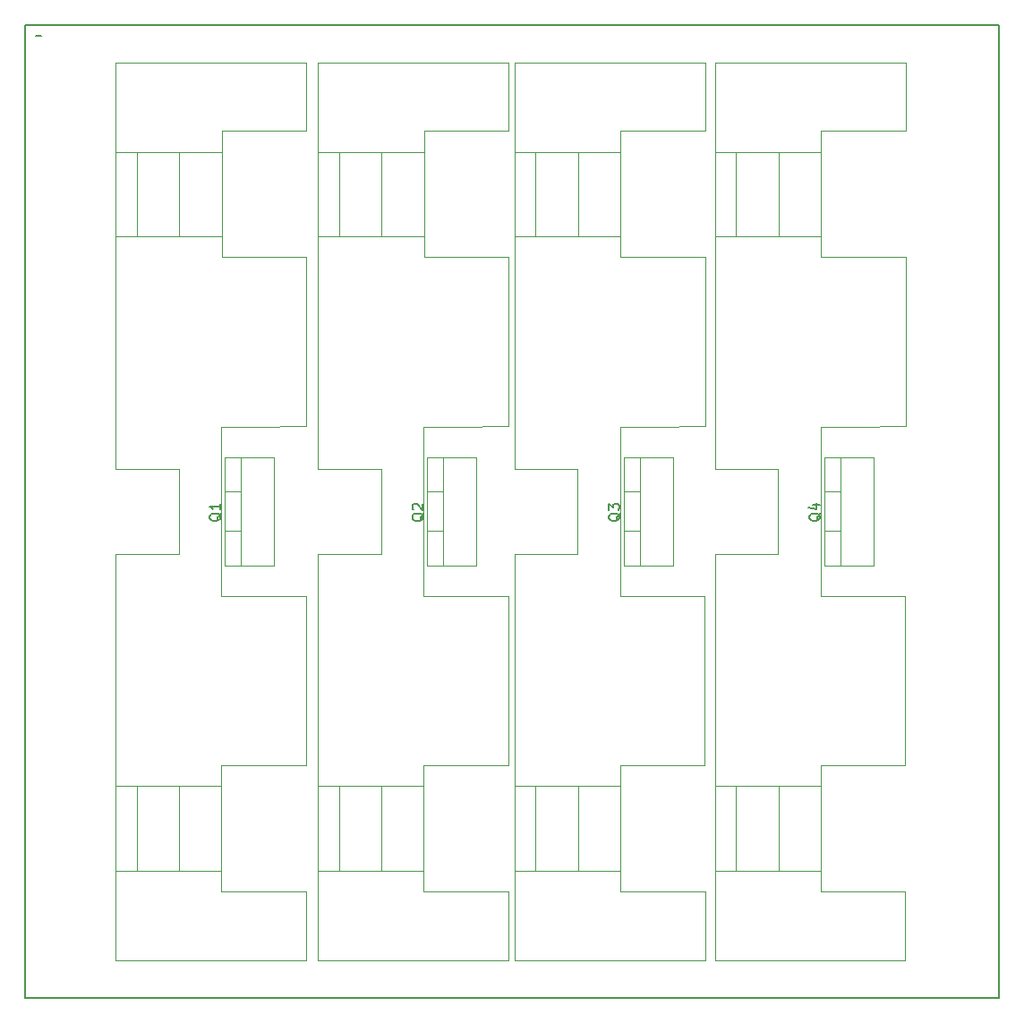
<source format=gbr>
G04 #@! TF.FileFunction,Legend,Top*
%FSLAX46Y46*%
G04 Gerber Fmt 4.6, Leading zero omitted, Abs format (unit mm)*
G04 Created by KiCad (PCBNEW 4.0.2-stable) date 10/05/17 14:11:08*
%MOMM*%
G01*
G04 APERTURE LIST*
%ADD10C,0.100000*%
%ADD11C,0.200000*%
%ADD12C,0.030000*%
%ADD13C,0.120000*%
%ADD14C,0.150000*%
G04 APERTURE END LIST*
D10*
D11*
X82500000Y-49500000D02*
X82500000Y-141500000D01*
X174600000Y-49500000D02*
X82500000Y-49500000D01*
X174600000Y-141500000D02*
X174600000Y-49500000D01*
X82500000Y-141500000D02*
X174600000Y-141500000D01*
X84000000Y-50500000D02*
X83500000Y-50500000D01*
D12*
X112164500Y-121494360D02*
X112164500Y-129492820D01*
X116165000Y-121494360D02*
X116165000Y-129492820D01*
X120162960Y-121494360D02*
X110160440Y-121496900D01*
X120162960Y-129492820D02*
X110162980Y-129492820D01*
X112161960Y-61491940D02*
X112164500Y-69490400D01*
X116165000Y-69490400D02*
X116165000Y-61491940D01*
X120162960Y-61497020D02*
X110162980Y-61491940D01*
X120165500Y-69487860D02*
X110162980Y-69490400D01*
X123165240Y-87491380D02*
X120152800Y-87491380D01*
X120152800Y-87491380D02*
X120162960Y-103498460D01*
X120162960Y-103498460D02*
X128156340Y-103490840D01*
X128156340Y-103490840D02*
X128156340Y-119500460D01*
X128156340Y-119500460D02*
X120152800Y-119495380D01*
X120152800Y-119495380D02*
X120178200Y-131479100D01*
X120178200Y-131479100D02*
X128179200Y-131479100D01*
X128179200Y-131479100D02*
X128179200Y-137994200D01*
X128179200Y-137994200D02*
X110183300Y-137956100D01*
X110183300Y-137956100D02*
X110170600Y-99525900D01*
X110170600Y-99525900D02*
X116139600Y-99525900D01*
X116139600Y-99525900D02*
X116139600Y-91524900D01*
X116139600Y-91524900D02*
X110170600Y-91524900D01*
X110170600Y-91524900D02*
X110170600Y-53043900D01*
X110170600Y-53043900D02*
X128204600Y-53043900D01*
X128204600Y-53043900D02*
X128204600Y-59520900D01*
X128204600Y-59520900D02*
X120203600Y-59520900D01*
X120203600Y-59520900D02*
X120203600Y-71458900D01*
X120203600Y-71458900D02*
X128204600Y-71458900D01*
X128204600Y-71458900D02*
X128204600Y-87460900D01*
X128204600Y-87460900D02*
X123165240Y-87491380D01*
D13*
X120496980Y-100604760D02*
X120496980Y-90364760D01*
X125137980Y-100604760D02*
X125137980Y-90364760D01*
X120496980Y-100604760D02*
X125137980Y-100604760D01*
X120496980Y-90364760D02*
X125137980Y-90364760D01*
X122006980Y-100604760D02*
X122006980Y-90364760D01*
X120496980Y-97334760D02*
X122006980Y-97334760D01*
X120496980Y-93633760D02*
X122006980Y-93633760D01*
D12*
X149714500Y-121494360D02*
X149714500Y-129492820D01*
X153715000Y-121494360D02*
X153715000Y-129492820D01*
X157712960Y-121494360D02*
X147710440Y-121496900D01*
X157712960Y-129492820D02*
X147712980Y-129492820D01*
X149711960Y-61491940D02*
X149714500Y-69490400D01*
X153715000Y-69490400D02*
X153715000Y-61491940D01*
X157712960Y-61497020D02*
X147712980Y-61491940D01*
X157715500Y-69487860D02*
X147712980Y-69490400D01*
X160715240Y-87491380D02*
X157702800Y-87491380D01*
X157702800Y-87491380D02*
X157712960Y-103498460D01*
X157712960Y-103498460D02*
X165706340Y-103490840D01*
X165706340Y-103490840D02*
X165706340Y-119500460D01*
X165706340Y-119500460D02*
X157702800Y-119495380D01*
X157702800Y-119495380D02*
X157728200Y-131479100D01*
X157728200Y-131479100D02*
X165729200Y-131479100D01*
X165729200Y-131479100D02*
X165729200Y-137994200D01*
X165729200Y-137994200D02*
X147733300Y-137956100D01*
X147733300Y-137956100D02*
X147720600Y-99525900D01*
X147720600Y-99525900D02*
X153689600Y-99525900D01*
X153689600Y-99525900D02*
X153689600Y-91524900D01*
X153689600Y-91524900D02*
X147720600Y-91524900D01*
X147720600Y-91524900D02*
X147720600Y-53043900D01*
X147720600Y-53043900D02*
X165754600Y-53043900D01*
X165754600Y-53043900D02*
X165754600Y-59520900D01*
X165754600Y-59520900D02*
X157753600Y-59520900D01*
X157753600Y-59520900D02*
X157753600Y-71458900D01*
X157753600Y-71458900D02*
X165754600Y-71458900D01*
X165754600Y-71458900D02*
X165754600Y-87460900D01*
X165754600Y-87460900D02*
X160715240Y-87491380D01*
D13*
X158046980Y-100604760D02*
X158046980Y-90364760D01*
X162687980Y-100604760D02*
X162687980Y-90364760D01*
X158046980Y-100604760D02*
X162687980Y-100604760D01*
X158046980Y-90364760D02*
X162687980Y-90364760D01*
X159556980Y-100604760D02*
X159556980Y-90364760D01*
X158046980Y-97334760D02*
X159556980Y-97334760D01*
X158046980Y-93633760D02*
X159556980Y-93633760D01*
D12*
X93014500Y-121494360D02*
X93014500Y-129492820D01*
X97015000Y-121494360D02*
X97015000Y-129492820D01*
X101012960Y-121494360D02*
X91010440Y-121496900D01*
X101012960Y-129492820D02*
X91012980Y-129492820D01*
X93011960Y-61491940D02*
X93014500Y-69490400D01*
X97015000Y-69490400D02*
X97015000Y-61491940D01*
X101012960Y-61497020D02*
X91012980Y-61491940D01*
X101015500Y-69487860D02*
X91012980Y-69490400D01*
X104015240Y-87491380D02*
X101002800Y-87491380D01*
X101002800Y-87491380D02*
X101012960Y-103498460D01*
X101012960Y-103498460D02*
X109006340Y-103490840D01*
X109006340Y-103490840D02*
X109006340Y-119500460D01*
X109006340Y-119500460D02*
X101002800Y-119495380D01*
X101002800Y-119495380D02*
X101028200Y-131479100D01*
X101028200Y-131479100D02*
X109029200Y-131479100D01*
X109029200Y-131479100D02*
X109029200Y-137994200D01*
X109029200Y-137994200D02*
X91033300Y-137956100D01*
X91033300Y-137956100D02*
X91020600Y-99525900D01*
X91020600Y-99525900D02*
X96989600Y-99525900D01*
X96989600Y-99525900D02*
X96989600Y-91524900D01*
X96989600Y-91524900D02*
X91020600Y-91524900D01*
X91020600Y-91524900D02*
X91020600Y-53043900D01*
X91020600Y-53043900D02*
X109054600Y-53043900D01*
X109054600Y-53043900D02*
X109054600Y-59520900D01*
X109054600Y-59520900D02*
X101053600Y-59520900D01*
X101053600Y-59520900D02*
X101053600Y-71458900D01*
X101053600Y-71458900D02*
X109054600Y-71458900D01*
X109054600Y-71458900D02*
X109054600Y-87460900D01*
X109054600Y-87460900D02*
X104015240Y-87491380D01*
D13*
X101346980Y-100604760D02*
X101346980Y-90364760D01*
X105987980Y-100604760D02*
X105987980Y-90364760D01*
X101346980Y-100604760D02*
X105987980Y-100604760D01*
X101346980Y-90364760D02*
X105987980Y-90364760D01*
X102856980Y-100604760D02*
X102856980Y-90364760D01*
X101346980Y-97334760D02*
X102856980Y-97334760D01*
X101346980Y-93633760D02*
X102856980Y-93633760D01*
D12*
X130764500Y-121494360D02*
X130764500Y-129492820D01*
X134765000Y-121494360D02*
X134765000Y-129492820D01*
X138762960Y-121494360D02*
X128760440Y-121496900D01*
X138762960Y-129492820D02*
X128762980Y-129492820D01*
X130761960Y-61491940D02*
X130764500Y-69490400D01*
X134765000Y-69490400D02*
X134765000Y-61491940D01*
X138762960Y-61497020D02*
X128762980Y-61491940D01*
X138765500Y-69487860D02*
X128762980Y-69490400D01*
X141765240Y-87491380D02*
X138752800Y-87491380D01*
X138752800Y-87491380D02*
X138762960Y-103498460D01*
X138762960Y-103498460D02*
X146756340Y-103490840D01*
X146756340Y-103490840D02*
X146756340Y-119500460D01*
X146756340Y-119500460D02*
X138752800Y-119495380D01*
X138752800Y-119495380D02*
X138778200Y-131479100D01*
X138778200Y-131479100D02*
X146779200Y-131479100D01*
X146779200Y-131479100D02*
X146779200Y-137994200D01*
X146779200Y-137994200D02*
X128783300Y-137956100D01*
X128783300Y-137956100D02*
X128770600Y-99525900D01*
X128770600Y-99525900D02*
X134739600Y-99525900D01*
X134739600Y-99525900D02*
X134739600Y-91524900D01*
X134739600Y-91524900D02*
X128770600Y-91524900D01*
X128770600Y-91524900D02*
X128770600Y-53043900D01*
X128770600Y-53043900D02*
X146804600Y-53043900D01*
X146804600Y-53043900D02*
X146804600Y-59520900D01*
X146804600Y-59520900D02*
X138803600Y-59520900D01*
X138803600Y-59520900D02*
X138803600Y-71458900D01*
X138803600Y-71458900D02*
X146804600Y-71458900D01*
X146804600Y-71458900D02*
X146804600Y-87460900D01*
X146804600Y-87460900D02*
X141765240Y-87491380D01*
D13*
X139096980Y-100604760D02*
X139096980Y-90364760D01*
X143737980Y-100604760D02*
X143737980Y-90364760D01*
X139096980Y-100604760D02*
X143737980Y-100604760D01*
X139096980Y-90364760D02*
X143737980Y-90364760D01*
X140606980Y-100604760D02*
X140606980Y-90364760D01*
X139096980Y-97334760D02*
X140606980Y-97334760D01*
X139096980Y-93633760D02*
X140606980Y-93633760D01*
D14*
X120176679Y-95676518D02*
X120129060Y-95771756D01*
X120033822Y-95866994D01*
X119890965Y-96009851D01*
X119843346Y-96105090D01*
X119843346Y-96200328D01*
X120081441Y-96152709D02*
X120033822Y-96247947D01*
X119938584Y-96343185D01*
X119748108Y-96390804D01*
X119414774Y-96390804D01*
X119224298Y-96343185D01*
X119129060Y-96247947D01*
X119081441Y-96152709D01*
X119081441Y-95962232D01*
X119129060Y-95866994D01*
X119224298Y-95771756D01*
X119414774Y-95724137D01*
X119748108Y-95724137D01*
X119938584Y-95771756D01*
X120033822Y-95866994D01*
X120081441Y-95962232D01*
X120081441Y-96152709D01*
X119176679Y-95343185D02*
X119129060Y-95295566D01*
X119081441Y-95200328D01*
X119081441Y-94962232D01*
X119129060Y-94866994D01*
X119176679Y-94819375D01*
X119271917Y-94771756D01*
X119367155Y-94771756D01*
X119510012Y-94819375D01*
X120081441Y-95390804D01*
X120081441Y-94771756D01*
X157726679Y-95676518D02*
X157679060Y-95771756D01*
X157583822Y-95866994D01*
X157440965Y-96009851D01*
X157393346Y-96105090D01*
X157393346Y-96200328D01*
X157631441Y-96152709D02*
X157583822Y-96247947D01*
X157488584Y-96343185D01*
X157298108Y-96390804D01*
X156964774Y-96390804D01*
X156774298Y-96343185D01*
X156679060Y-96247947D01*
X156631441Y-96152709D01*
X156631441Y-95962232D01*
X156679060Y-95866994D01*
X156774298Y-95771756D01*
X156964774Y-95724137D01*
X157298108Y-95724137D01*
X157488584Y-95771756D01*
X157583822Y-95866994D01*
X157631441Y-95962232D01*
X157631441Y-96152709D01*
X156964774Y-94866994D02*
X157631441Y-94866994D01*
X156583822Y-95105090D02*
X157298108Y-95343185D01*
X157298108Y-94724137D01*
X101026679Y-95676518D02*
X100979060Y-95771756D01*
X100883822Y-95866994D01*
X100740965Y-96009851D01*
X100693346Y-96105090D01*
X100693346Y-96200328D01*
X100931441Y-96152709D02*
X100883822Y-96247947D01*
X100788584Y-96343185D01*
X100598108Y-96390804D01*
X100264774Y-96390804D01*
X100074298Y-96343185D01*
X99979060Y-96247947D01*
X99931441Y-96152709D01*
X99931441Y-95962232D01*
X99979060Y-95866994D01*
X100074298Y-95771756D01*
X100264774Y-95724137D01*
X100598108Y-95724137D01*
X100788584Y-95771756D01*
X100883822Y-95866994D01*
X100931441Y-95962232D01*
X100931441Y-96152709D01*
X100931441Y-94771756D02*
X100931441Y-95343185D01*
X100931441Y-95057471D02*
X99931441Y-95057471D01*
X100074298Y-95152709D01*
X100169536Y-95247947D01*
X100217155Y-95343185D01*
X138776679Y-95676518D02*
X138729060Y-95771756D01*
X138633822Y-95866994D01*
X138490965Y-96009851D01*
X138443346Y-96105090D01*
X138443346Y-96200328D01*
X138681441Y-96152709D02*
X138633822Y-96247947D01*
X138538584Y-96343185D01*
X138348108Y-96390804D01*
X138014774Y-96390804D01*
X137824298Y-96343185D01*
X137729060Y-96247947D01*
X137681441Y-96152709D01*
X137681441Y-95962232D01*
X137729060Y-95866994D01*
X137824298Y-95771756D01*
X138014774Y-95724137D01*
X138348108Y-95724137D01*
X138538584Y-95771756D01*
X138633822Y-95866994D01*
X138681441Y-95962232D01*
X138681441Y-96152709D01*
X137681441Y-95390804D02*
X137681441Y-94771756D01*
X138062393Y-95105090D01*
X138062393Y-94962232D01*
X138110012Y-94866994D01*
X138157631Y-94819375D01*
X138252870Y-94771756D01*
X138490965Y-94771756D01*
X138586203Y-94819375D01*
X138633822Y-94866994D01*
X138681441Y-94962232D01*
X138681441Y-95247947D01*
X138633822Y-95343185D01*
X138586203Y-95390804D01*
M02*

</source>
